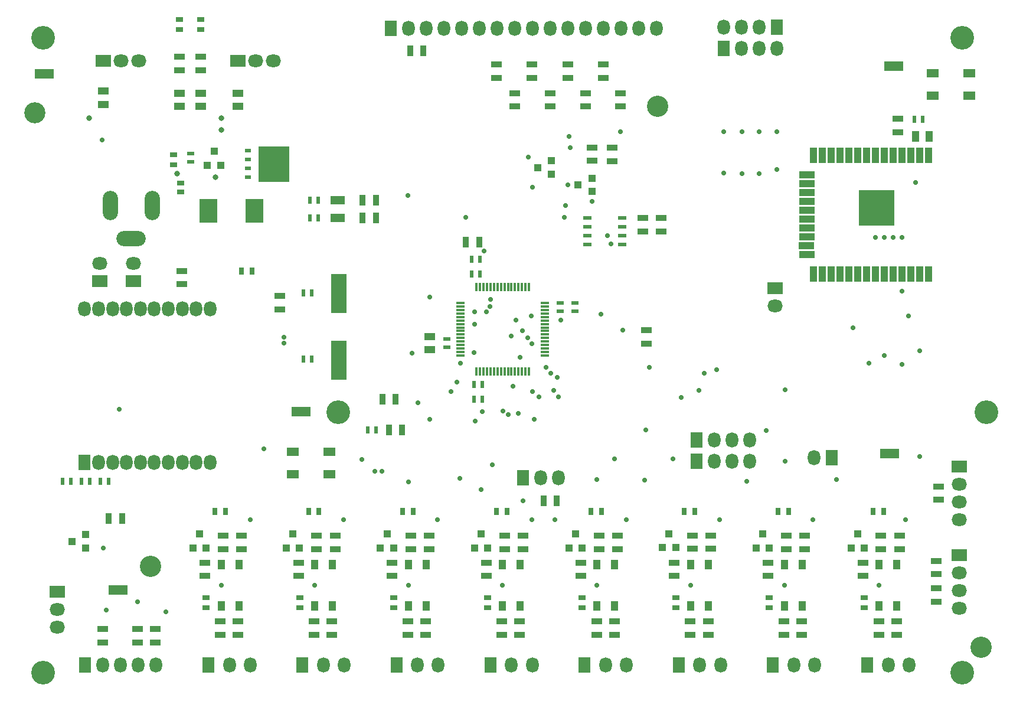
<source format=gts>
G04*
G04 #@! TF.GenerationSoftware,Altium Limited,CircuitStudio,1.5.2 (30)*
G04*
G04 Layer_Color=8388736*
%FSLAX25Y25*%
%MOIN*%
G70*
G01*
G75*
%ADD51R,0.10630X0.05512*%
%ADD52R,0.05906X0.04331*%
%ADD53C,0.12000*%
%ADD54C,0.11937*%
%ADD55R,0.04331X0.03937*%
%ADD56R,0.03543X0.05906*%
%ADD57R,0.05906X0.03543*%
%ADD58R,0.03150X0.04331*%
%ADD59R,0.20472X0.20472*%
%ADD60R,0.08661X0.04331*%
%ADD61R,0.04331X0.08661*%
%ADD62R,0.03937X0.05512*%
%ADD63R,0.05118X0.01575*%
%ADD64R,0.01575X0.05118*%
%ADD65R,0.08268X0.05118*%
%ADD66R,0.05118X0.02362*%
%ADD67R,0.03937X0.04331*%
%ADD68R,0.04331X0.02362*%
%ADD69R,0.03937X0.02756*%
%ADD70R,0.10236X0.13780*%
%ADD71R,0.04331X0.03150*%
%ADD72R,0.17598X0.20079*%
%ADD73R,0.03189X0.02402*%
%ADD74R,0.02362X0.04331*%
%ADD75R,0.04331X0.05906*%
%ADD76R,0.08661X0.22441*%
%ADD77R,0.06890X0.04724*%
%ADD78O,0.08661X0.07087*%
%ADD79R,0.08661X0.07087*%
%ADD80O,0.07087X0.08661*%
%ADD81R,0.07087X0.08661*%
%ADD82O,0.08661X0.16535*%
%ADD83O,0.16535X0.08661*%
%ADD84C,0.02756*%
%ADD85C,0.03150*%
%ADD86C,0.13386*%
D51*
X163386Y164961D02*
D03*
X495669Y141339D02*
D03*
X59842Y64173D02*
D03*
X498032Y359842D02*
D03*
X18110Y355512D02*
D03*
D52*
X127559Y344685D02*
D03*
Y337205D02*
D03*
X51575Y345866D02*
D03*
Y338386D02*
D03*
X94488Y344685D02*
D03*
Y337205D02*
D03*
X106693Y344685D02*
D03*
Y337205D02*
D03*
X235827Y207283D02*
D03*
Y199803D02*
D03*
D53*
X364567Y337402D02*
D03*
X78347Y77559D02*
D03*
X547244Y31890D02*
D03*
D54*
X12992Y333465D02*
D03*
D55*
X296850Y302756D02*
D03*
X304724Y306496D02*
D03*
Y299016D02*
D03*
X319685Y292913D02*
D03*
X327559Y296654D02*
D03*
Y289173D02*
D03*
X41732Y87992D02*
D03*
Y95472D02*
D03*
X33858Y91732D02*
D03*
D56*
X54724Y104528D02*
D03*
X62205D02*
D03*
X224803Y368504D02*
D03*
X232283D02*
D03*
X212795Y154527D02*
D03*
X220276D02*
D03*
X263779Y260630D02*
D03*
X256299D02*
D03*
X198031Y274213D02*
D03*
X205512D02*
D03*
X198031Y284252D02*
D03*
X205512D02*
D03*
X300197Y114567D02*
D03*
X307677D02*
D03*
X216732Y172047D02*
D03*
X209252D02*
D03*
D57*
X151378Y222638D02*
D03*
Y230118D02*
D03*
X447638Y87402D02*
D03*
Y94882D02*
D03*
X501181Y87402D02*
D03*
Y94882D02*
D03*
X437205Y87402D02*
D03*
Y94882D02*
D03*
X490748Y87402D02*
D03*
Y94882D02*
D03*
X341929Y87402D02*
D03*
Y94882D02*
D03*
X394685Y87598D02*
D03*
Y95079D02*
D03*
X331496Y87402D02*
D03*
Y94882D02*
D03*
X384252Y87598D02*
D03*
Y95079D02*
D03*
X235630Y87402D02*
D03*
Y94882D02*
D03*
X288583Y87402D02*
D03*
Y94882D02*
D03*
X225197Y87402D02*
D03*
Y94882D02*
D03*
X278150Y87402D02*
D03*
Y94882D02*
D03*
X129724Y87402D02*
D03*
Y94882D02*
D03*
X182480Y87402D02*
D03*
Y94882D02*
D03*
X119291Y87402D02*
D03*
Y94882D02*
D03*
X172047Y87402D02*
D03*
Y94882D02*
D03*
X523228Y122638D02*
D03*
Y115157D02*
D03*
X106693Y357677D02*
D03*
Y365158D02*
D03*
X94488Y357677D02*
D03*
Y365158D02*
D03*
X51181Y42126D02*
D03*
Y34646D02*
D03*
X71063Y42126D02*
D03*
Y34646D02*
D03*
X81102Y42126D02*
D03*
Y34646D02*
D03*
X356299Y274213D02*
D03*
Y266732D02*
D03*
X366732Y274213D02*
D03*
Y266732D02*
D03*
X117717Y38976D02*
D03*
Y46457D02*
D03*
X127756Y38976D02*
D03*
Y46457D02*
D03*
X180512Y38976D02*
D03*
Y46457D02*
D03*
X233661Y38976D02*
D03*
Y46457D02*
D03*
X286614Y38976D02*
D03*
Y46457D02*
D03*
X340158Y38976D02*
D03*
Y46457D02*
D03*
X393110Y38976D02*
D03*
Y46457D02*
D03*
X446063Y38976D02*
D03*
Y46457D02*
D03*
X499606Y38976D02*
D03*
Y46457D02*
D03*
X170472Y38976D02*
D03*
Y46457D02*
D03*
X223622Y38976D02*
D03*
Y46457D02*
D03*
X276575Y38976D02*
D03*
Y46457D02*
D03*
X330118Y38976D02*
D03*
Y46457D02*
D03*
X383071Y38976D02*
D03*
Y46457D02*
D03*
X436024Y38976D02*
D03*
Y46457D02*
D03*
X489567Y38976D02*
D03*
Y46457D02*
D03*
X108858Y79724D02*
D03*
Y72244D02*
D03*
X161811Y79724D02*
D03*
Y72244D02*
D03*
X214764Y79724D02*
D03*
Y72244D02*
D03*
X267913Y79724D02*
D03*
Y72244D02*
D03*
X321260Y79724D02*
D03*
Y72244D02*
D03*
X374016Y79724D02*
D03*
Y72244D02*
D03*
X426968Y79724D02*
D03*
Y72244D02*
D03*
X480512Y79724D02*
D03*
Y72244D02*
D03*
X522047Y73228D02*
D03*
Y80709D02*
D03*
Y57677D02*
D03*
Y65158D02*
D03*
X500394Y322638D02*
D03*
Y330118D02*
D03*
X358268Y210827D02*
D03*
Y203346D02*
D03*
X338976Y306299D02*
D03*
Y313779D02*
D03*
X327559Y306496D02*
D03*
Y313976D02*
D03*
X96063Y244291D02*
D03*
Y236811D02*
D03*
X343701Y337205D02*
D03*
Y344685D02*
D03*
X333858Y353346D02*
D03*
Y360827D02*
D03*
X324016Y337205D02*
D03*
Y344685D02*
D03*
X313779Y353346D02*
D03*
Y360827D02*
D03*
X283858Y337205D02*
D03*
Y344685D02*
D03*
X273622Y353346D02*
D03*
Y360827D02*
D03*
X293701Y353346D02*
D03*
Y360827D02*
D03*
X303937Y337205D02*
D03*
Y344685D02*
D03*
D58*
X129724Y244291D02*
D03*
X135630D02*
D03*
X432677Y108661D02*
D03*
X438583D02*
D03*
X486221D02*
D03*
X492126D02*
D03*
X326969D02*
D03*
X332874D02*
D03*
X220669Y108465D02*
D03*
X226575D02*
D03*
X273622Y108661D02*
D03*
X279528D02*
D03*
X114764D02*
D03*
X120669D02*
D03*
X167520D02*
D03*
X173425D02*
D03*
X379724D02*
D03*
X385630D02*
D03*
D59*
X488189Y279921D02*
D03*
D60*
X448779Y268484D02*
D03*
Y263484D02*
D03*
X448740Y258484D02*
D03*
X448779Y253484D02*
D03*
Y273484D02*
D03*
Y278484D02*
D03*
Y283484D02*
D03*
Y288484D02*
D03*
Y293484D02*
D03*
Y298484D02*
D03*
D61*
X452716Y242520D02*
D03*
X457717D02*
D03*
X462716D02*
D03*
X467717D02*
D03*
X472717D02*
D03*
X477716D02*
D03*
X482717D02*
D03*
X487716D02*
D03*
X492717D02*
D03*
X497717D02*
D03*
X502716D02*
D03*
X507717D02*
D03*
X512716D02*
D03*
X517717D02*
D03*
X452716Y309449D02*
D03*
X457717D02*
D03*
X462716D02*
D03*
X467717D02*
D03*
X472717D02*
D03*
X477716D02*
D03*
X482717D02*
D03*
X487716D02*
D03*
X492717D02*
D03*
X497717D02*
D03*
X502716D02*
D03*
X507717D02*
D03*
X512716D02*
D03*
X517717D02*
D03*
D62*
X489685Y55118D02*
D03*
X499685D02*
D03*
X489685Y78740D02*
D03*
X499685D02*
D03*
X446142D02*
D03*
X436142D02*
D03*
X446142Y55118D02*
D03*
X436142D02*
D03*
X383189D02*
D03*
X393189D02*
D03*
X383189Y78740D02*
D03*
X393189D02*
D03*
X340433D02*
D03*
X330433D02*
D03*
X340433Y55118D02*
D03*
X330433D02*
D03*
X277087D02*
D03*
X287087D02*
D03*
X277087Y78740D02*
D03*
X287087D02*
D03*
X233937D02*
D03*
X223937D02*
D03*
X233937Y55118D02*
D03*
X223937D02*
D03*
X170984D02*
D03*
X180984D02*
D03*
X170984Y78740D02*
D03*
X180984D02*
D03*
X128228D02*
D03*
X118228D02*
D03*
X128228Y55118D02*
D03*
X118228D02*
D03*
D63*
X253346Y226181D02*
D03*
Y224213D02*
D03*
Y222244D02*
D03*
Y220276D02*
D03*
Y218307D02*
D03*
Y216338D02*
D03*
Y214370D02*
D03*
Y212402D02*
D03*
Y210433D02*
D03*
Y208465D02*
D03*
Y206496D02*
D03*
Y204527D02*
D03*
Y202559D02*
D03*
Y200591D02*
D03*
Y198622D02*
D03*
Y196653D02*
D03*
X300984D02*
D03*
Y198622D02*
D03*
Y200591D02*
D03*
Y202559D02*
D03*
Y204527D02*
D03*
Y206496D02*
D03*
Y208465D02*
D03*
Y210433D02*
D03*
Y212402D02*
D03*
Y214370D02*
D03*
Y216338D02*
D03*
Y218307D02*
D03*
Y220276D02*
D03*
Y222244D02*
D03*
Y224213D02*
D03*
Y226181D02*
D03*
D64*
X262402Y187598D02*
D03*
X264370D02*
D03*
X266339D02*
D03*
X268307D02*
D03*
X270276D02*
D03*
X272244D02*
D03*
X274213D02*
D03*
X276181D02*
D03*
X278150D02*
D03*
X280118D02*
D03*
X282087D02*
D03*
X284055D02*
D03*
X286024D02*
D03*
X287992D02*
D03*
X289961D02*
D03*
X291929D02*
D03*
Y235236D02*
D03*
X289961D02*
D03*
X287992D02*
D03*
X286024D02*
D03*
X284055D02*
D03*
X282087D02*
D03*
X280118D02*
D03*
X278150D02*
D03*
X276181D02*
D03*
X274213D02*
D03*
X272244D02*
D03*
X270276D02*
D03*
X268307D02*
D03*
X266339D02*
D03*
X264370D02*
D03*
X262402D02*
D03*
D65*
X183858Y284252D02*
D03*
Y274409D02*
D03*
D66*
X324803Y274429D02*
D03*
Y269429D02*
D03*
Y264429D02*
D03*
Y259429D02*
D03*
X344488Y274429D02*
D03*
Y269429D02*
D03*
Y264429D02*
D03*
Y259429D02*
D03*
D67*
X420276Y87992D02*
D03*
X427756D02*
D03*
X424016Y95866D02*
D03*
X473819Y87992D02*
D03*
X481299D02*
D03*
X477559Y95866D02*
D03*
X314567Y87992D02*
D03*
X322047D02*
D03*
X318307Y95866D02*
D03*
X367323Y88189D02*
D03*
X374803D02*
D03*
X371063Y96063D02*
D03*
X208071Y87992D02*
D03*
X215551D02*
D03*
X211811Y95866D02*
D03*
X261221Y87992D02*
D03*
X268701D02*
D03*
X264961Y95866D02*
D03*
X102165Y87992D02*
D03*
X109646D02*
D03*
X105905Y95866D02*
D03*
X154921Y87992D02*
D03*
X162402D02*
D03*
X158661Y95866D02*
D03*
X110433Y303937D02*
D03*
X117913D02*
D03*
X114173Y311811D02*
D03*
D68*
X100787Y305906D02*
D03*
Y310630D02*
D03*
X309449Y226181D02*
D03*
Y221457D02*
D03*
X317913Y226181D02*
D03*
Y221457D02*
D03*
X245472Y201181D02*
D03*
Y205906D02*
D03*
D69*
X95276Y288878D02*
D03*
Y293799D02*
D03*
D70*
X111024Y278346D02*
D03*
X137008D02*
D03*
D71*
X91339Y304134D02*
D03*
Y310039D02*
D03*
X106693Y386417D02*
D03*
Y380512D02*
D03*
X94488Y386417D02*
D03*
Y380512D02*
D03*
X109646Y54134D02*
D03*
Y60039D02*
D03*
X162598Y54134D02*
D03*
Y60039D02*
D03*
X215551Y54134D02*
D03*
Y60039D02*
D03*
X268701Y54134D02*
D03*
Y60039D02*
D03*
X322047Y54134D02*
D03*
Y60039D02*
D03*
X374803Y54134D02*
D03*
Y60039D02*
D03*
X427756Y54134D02*
D03*
Y60039D02*
D03*
X481299Y54134D02*
D03*
Y60039D02*
D03*
D72*
X147854Y304744D02*
D03*
D73*
X133248Y297224D02*
D03*
Y312224D02*
D03*
Y307224D02*
D03*
Y302224D02*
D03*
D74*
X33268Y125591D02*
D03*
X28543D02*
D03*
X39370D02*
D03*
X44094D02*
D03*
X54724D02*
D03*
X50000D02*
D03*
X265551Y171850D02*
D03*
X260827D02*
D03*
X265551Y180118D02*
D03*
X260827D02*
D03*
X259646Y242520D02*
D03*
X264370D02*
D03*
X259646Y250984D02*
D03*
X264370D02*
D03*
X169291Y194488D02*
D03*
X164567D02*
D03*
X169291Y231890D02*
D03*
X164567D02*
D03*
X200787Y154528D02*
D03*
X205512D02*
D03*
X173031Y274409D02*
D03*
X168307D02*
D03*
X173031Y284252D02*
D03*
X168307D02*
D03*
X509449Y329921D02*
D03*
X514173D02*
D03*
D75*
X517913Y320276D02*
D03*
X510433D02*
D03*
D76*
X184646Y194095D02*
D03*
Y231496D02*
D03*
D77*
X519882Y355906D02*
D03*
Y343307D02*
D03*
X540551Y355906D02*
D03*
Y343307D02*
D03*
X158465Y142126D02*
D03*
Y129528D02*
D03*
X179134Y142126D02*
D03*
Y129528D02*
D03*
D78*
X147559Y362992D02*
D03*
X137559D02*
D03*
X61575D02*
D03*
X71575D02*
D03*
X68504Y248583D02*
D03*
X49606D02*
D03*
X535039Y73937D02*
D03*
Y63937D02*
D03*
Y53937D02*
D03*
Y123937D02*
D03*
Y113937D02*
D03*
Y103937D02*
D03*
X25591Y43189D02*
D03*
Y53189D02*
D03*
X431102Y224646D02*
D03*
D79*
X127559Y362992D02*
D03*
X51575D02*
D03*
X68504Y238583D02*
D03*
X49606D02*
D03*
X535039Y83937D02*
D03*
Y133937D02*
D03*
X25591Y63189D02*
D03*
X431102Y234646D02*
D03*
D80*
X111929Y222778D02*
D03*
X104055D02*
D03*
X96181D02*
D03*
X88307D02*
D03*
X80433D02*
D03*
X72559D02*
D03*
X64685D02*
D03*
X56811D02*
D03*
X48937D02*
D03*
X41063D02*
D03*
X111929Y136163D02*
D03*
X104055D02*
D03*
X96181D02*
D03*
X88307D02*
D03*
X80433D02*
D03*
X72559D02*
D03*
X64685D02*
D03*
X56811D02*
D03*
X48937D02*
D03*
X81142Y22047D02*
D03*
X71142D02*
D03*
X61142D02*
D03*
X51142D02*
D03*
X441535Y22047D02*
D03*
X453346D02*
D03*
X494882D02*
D03*
X506693D02*
D03*
X335236D02*
D03*
X347047D02*
D03*
X388386D02*
D03*
X400197D02*
D03*
X228937D02*
D03*
X240748D02*
D03*
X282087D02*
D03*
X293898D02*
D03*
X175787D02*
D03*
X187598D02*
D03*
X122835D02*
D03*
X134646D02*
D03*
X452795Y138779D02*
D03*
X308583Y127559D02*
D03*
X298583D02*
D03*
X396614Y137008D02*
D03*
X406614D02*
D03*
X416614D02*
D03*
X396614Y148819D02*
D03*
X406614D02*
D03*
X416614D02*
D03*
X363779Y381102D02*
D03*
X353780D02*
D03*
X343779D02*
D03*
X333780D02*
D03*
X323780D02*
D03*
X313779D02*
D03*
X303780D02*
D03*
X293779D02*
D03*
X283780D02*
D03*
X273780D02*
D03*
X263779D02*
D03*
X253780D02*
D03*
X243779D02*
D03*
X233780D02*
D03*
X223780D02*
D03*
X411969Y370079D02*
D03*
X421969D02*
D03*
X431968D02*
D03*
X421890Y381890D02*
D03*
X411890D02*
D03*
X401890D02*
D03*
D81*
X41063Y136163D02*
D03*
X41142Y22047D02*
D03*
X429724Y22047D02*
D03*
X483071D02*
D03*
X323425D02*
D03*
X376575D02*
D03*
X217126D02*
D03*
X270276D02*
D03*
X163976D02*
D03*
X111024D02*
D03*
X462795Y138779D02*
D03*
X288583Y127559D02*
D03*
X386614Y137008D02*
D03*
Y148819D02*
D03*
X213779Y381102D02*
D03*
X401968Y370079D02*
D03*
X431890Y381890D02*
D03*
D82*
X79134Y281102D02*
D03*
X55512D02*
D03*
D83*
X67323Y262598D02*
D03*
D84*
X261417Y214173D02*
D03*
X284646Y216535D02*
D03*
X50787Y318110D02*
D03*
X327559Y283465D02*
D03*
X312598Y281102D02*
D03*
X294094Y291732D02*
D03*
X313779Y292913D02*
D03*
X506299Y219094D02*
D03*
X251378Y181693D02*
D03*
X492717Y196653D02*
D03*
X286811Y195472D02*
D03*
X142126Y144095D02*
D03*
X291142Y206693D02*
D03*
X310039Y216535D02*
D03*
X261417Y221260D02*
D03*
X267913D02*
D03*
X293110Y218898D02*
D03*
X153543Y207087D02*
D03*
X288386Y210433D02*
D03*
X281890Y207677D02*
D03*
X475000Y212205D02*
D03*
X229134Y170079D02*
D03*
X502756Y191535D02*
D03*
X261614Y159646D02*
D03*
X264961Y120866D02*
D03*
X223937Y125315D02*
D03*
X252953Y127362D02*
D03*
X330433Y126496D02*
D03*
X489685Y67047D02*
D03*
X436142D02*
D03*
X383189D02*
D03*
X330433D02*
D03*
X277087D02*
D03*
X223937D02*
D03*
X170984D02*
D03*
X118228D02*
D03*
X465551Y126575D02*
D03*
X415059Y125689D02*
D03*
X357283Y126378D02*
D03*
X209055Y131102D02*
D03*
X204921D02*
D03*
X269882Y224213D02*
D03*
X270276Y228346D02*
D03*
X336417Y264370D02*
D03*
X338386Y259449D02*
D03*
X253346Y192323D02*
D03*
X260827Y198228D02*
D03*
X502756Y233071D02*
D03*
X484055Y192323D02*
D03*
X504528Y103937D02*
D03*
X512598Y139567D02*
D03*
X510433Y294291D02*
D03*
X512598Y199409D02*
D03*
X134449Y103937D02*
D03*
X452165D02*
D03*
X399606D02*
D03*
X346850D02*
D03*
X293504D02*
D03*
X240354D02*
D03*
X187402D02*
D03*
X248031Y176378D02*
D03*
X311811Y274606D02*
D03*
X256299D02*
D03*
X71063Y57480D02*
D03*
X53347Y52953D02*
D03*
X153543Y203543D02*
D03*
X60630Y166339D02*
D03*
X235827Y160433D02*
D03*
X197638Y137795D02*
D03*
X86811Y51968D02*
D03*
X294783Y160531D02*
D03*
X286024Y163976D02*
D03*
X235827Y229528D02*
D03*
X266732Y255709D02*
D03*
X225984Y198031D02*
D03*
X315354Y313976D02*
D03*
X314764Y320276D02*
D03*
X358071Y154528D02*
D03*
X51575Y87992D02*
D03*
X265551Y164764D02*
D03*
X280118Y163386D02*
D03*
X294094Y176378D02*
D03*
X297441Y173228D02*
D03*
X301575Y189764D02*
D03*
X283071Y179331D02*
D03*
X332677Y220079D02*
D03*
X304331Y186614D02*
D03*
X307874Y184252D02*
D03*
X305906Y176772D02*
D03*
X308661Y173228D02*
D03*
X359842Y189764D02*
D03*
X398031Y188583D02*
D03*
X390945Y186614D02*
D03*
X387795Y176772D02*
D03*
X377953Y172835D02*
D03*
X436614Y177165D02*
D03*
Y137008D02*
D03*
X425984Y154331D02*
D03*
X340158Y138189D02*
D03*
X373228D02*
D03*
X271260Y135039D02*
D03*
X306693Y103937D02*
D03*
X288583Y114567D02*
D03*
X223622Y287008D02*
D03*
X277165Y165354D02*
D03*
X291732Y308661D02*
D03*
X343701Y322835D02*
D03*
X293701Y203150D02*
D03*
X344882Y211024D02*
D03*
X502756Y263386D02*
D03*
X497756D02*
D03*
X492756D02*
D03*
X487756Y263386D02*
D03*
X422047Y299213D02*
D03*
X431890Y301575D02*
D03*
X412205Y299213D02*
D03*
X401968Y299606D02*
D03*
Y322835D02*
D03*
X412205D02*
D03*
X422047D02*
D03*
X431890D02*
D03*
D85*
X118110Y324016D02*
D03*
X43701Y330709D02*
D03*
X118110D02*
D03*
X114961Y297224D02*
D03*
X93307Y299213D02*
D03*
D86*
X17717Y375984D02*
D03*
Y17717D02*
D03*
X536614D02*
D03*
Y375984D02*
D03*
X550394Y164567D02*
D03*
X184252D02*
D03*
M02*

</source>
